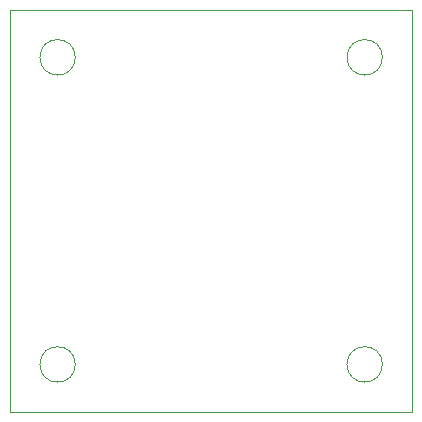
<source format=gbr>
G04 #@! TF.GenerationSoftware,KiCad,Pcbnew,8.0.0-8.0.0-1~ubuntu22.04.1*
G04 #@! TF.CreationDate,2024-03-02T20:13:00+07:00*
G04 #@! TF.ProjectId,FC_ESC_STM32F405RG_26x26,46435f45-5343-45f5-9354-4d3332463430,rev?*
G04 #@! TF.SameCoordinates,Original*
G04 #@! TF.FileFunction,Profile,NP*
%FSLAX46Y46*%
G04 Gerber Fmt 4.6, Leading zero omitted, Abs format (unit mm)*
G04 Created by KiCad (PCBNEW 8.0.0-8.0.0-1~ubuntu22.04.1) date 2024-03-02 20:13:00*
%MOMM*%
%LPD*%
G01*
G04 APERTURE LIST*
G04 #@! TA.AperFunction,Profile*
%ADD10C,0.050000*%
G04 #@! TD*
G04 #@! TA.AperFunction,Profile*
%ADD11C,0.100000*%
G04 #@! TD*
G04 APERTURE END LIST*
D10*
X198474300Y-97181700D02*
X198474300Y-63181700D01*
X232474300Y-63181700D02*
X198474300Y-63181700D01*
X232474300Y-63181700D02*
X232474300Y-97181700D01*
X232474300Y-97181700D02*
X198474300Y-97181700D01*
D11*
X203974300Y-67181700D02*
G75*
G02*
X200974300Y-67181700I-1500000J0D01*
G01*
X200974300Y-67181700D02*
G75*
G02*
X203974300Y-67181700I1500000J0D01*
G01*
X203974300Y-93181700D02*
G75*
G02*
X200974300Y-93181700I-1500000J0D01*
G01*
X200974300Y-93181700D02*
G75*
G02*
X203974300Y-93181700I1500000J0D01*
G01*
X229974300Y-67181700D02*
G75*
G02*
X226974300Y-67181700I-1500000J0D01*
G01*
X226974300Y-67181700D02*
G75*
G02*
X229974300Y-67181700I1500000J0D01*
G01*
X229974300Y-93181700D02*
G75*
G02*
X226974300Y-93181700I-1500000J0D01*
G01*
X226974300Y-93181700D02*
G75*
G02*
X229974300Y-93181700I1500000J0D01*
G01*
M02*

</source>
